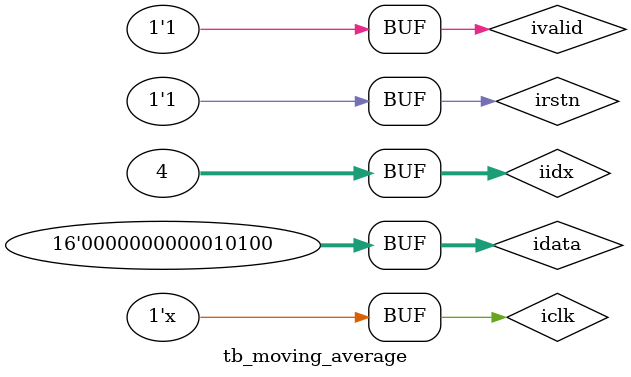
<source format=v>
module tb_moving_average();
    parameter burst_size = 4;
    reg [15:0] idata;
    reg [31:0] iidx;
    reg iclk, irstn, ivalid;
    wire [15:0] odata;
    wire ovalid;
    wire [31:0] oidx;


    moving_average #(.BURST_SIZE(burst_size))
    dut0(
        .idata(idata),
        .iclk(iclk),
        .irstn(irstn),
        .ivalid(ivalid),
        .iidx(iidx),
        .ovalid(ovalid),
        .oidx(oidx),
        .odata(odata)
        );
    initial 
	begin
	iclk = 0;
	end
	always #10 iclk = ~iclk; 
	
	initial	begin
		irstn = 0;
		#35 irstn = 1; 
		#10 idata = 16'd0; ivalid = 1'b1; iidx = 31'd0;
		#20 idata = 16'd2; iidx = 31'd1;
		#20 idata = 16'd4; iidx = 31'd2;
		#20 idata = 16'd6; iidx = 31'd3;
		#20 idata = 16'd8; iidx = 31'd4;
		#20 idata = 16'd10; iidx = 31'd5;
		#20 idata = 16'd12; iidx = 31'd6;
		#20 ivalid = 1'b0;
		#20 irstn=1'b0; ivalid = 1'b1; 
		#20 irstn = 1'b1; idata = 16'd4; iidx = 31'd0;
		#20 idata = 16'd8; iidx = 31'd1;
		#20 idata = 16'd12; iidx = 31'd2;
		#20 idata = 16'd16; iidx = 31'd3;
		#20 idata = 16'd20; iidx = 31'd4;
		$monitor("idata=%d, ivalid=%d, iidx=%d, odata=%d, ovalid=%d, oidx=%d", idata, ivalid, iidx, odata, ovalid, oidx);
	end
	
endmodule
</source>
